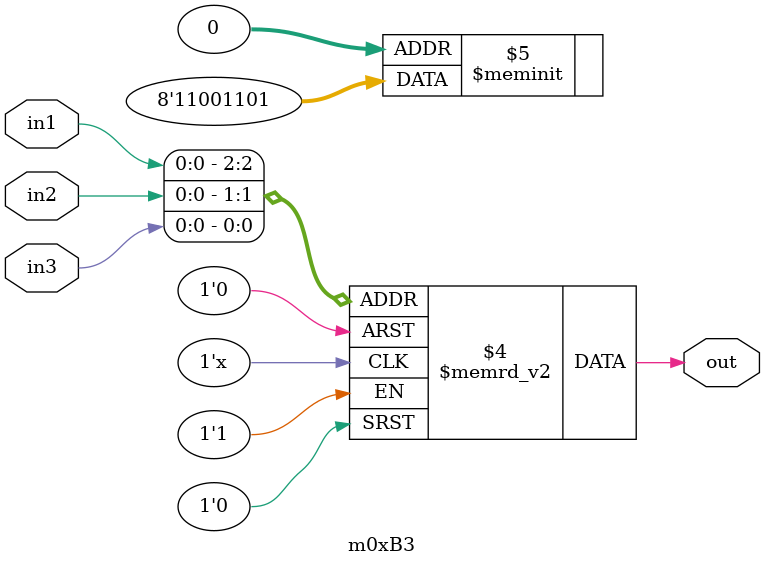
<source format=v>
module m0xB3(output out, input in1, in2, in3);

   always @(in1, in2, in3)
     begin
        case({in1, in2, in3})
          3'b000: {out} = 1'b1;
          3'b001: {out} = 1'b0;
          3'b010: {out} = 1'b1;
          3'b011: {out} = 1'b1;
          3'b100: {out} = 1'b0;
          3'b101: {out} = 1'b0;
          3'b110: {out} = 1'b1;
          3'b111: {out} = 1'b1;
        endcase // case ({in1, in2, in3})
     end // always @ (in1, in2, in3)

endmodule // m0xB3
</source>
